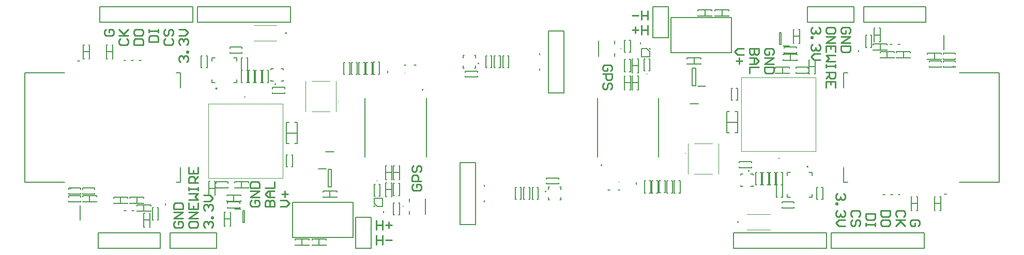
<source format=gto>
G04*
G04 #@! TF.GenerationSoftware,Altium Limited,Altium Designer,22.3.1 (43)*
G04*
G04 Layer_Color=65535*
%FSLAX25Y25*%
%MOIN*%
G70*
G04*
G04 #@! TF.SameCoordinates,9666C8D3-C488-416E-8FBA-698088E7738B*
G04*
G04*
G04 #@! TF.FilePolarity,Positive*
G04*
G01*
G75*
%ADD10C,0.01000*%
%ADD74C,0.00787*%
%ADD75C,0.00394*%
%ADD76C,0.00591*%
%ADD77C,0.00500*%
D10*
X575488Y338663D02*
Y344661D01*
Y341662D01*
X571490D01*
Y338663D01*
Y344661D01*
X569490Y341662D02*
X565491D01*
X567491Y339662D02*
Y343661D01*
X575488Y348260D02*
Y354258D01*
Y351259D01*
X571490D01*
Y348260D01*
Y354258D01*
X569490Y351259D02*
X565491D01*
X551487Y315260D02*
X552486Y316259D01*
Y318259D01*
X551487Y319258D01*
X547488D01*
X546488Y318259D01*
Y316259D01*
X547488Y315260D01*
X549487D01*
Y317259D01*
X546488Y313260D02*
X552486D01*
Y310261D01*
X551487Y309262D01*
X549487D01*
X548488Y310261D01*
Y313260D01*
X551487Y303263D02*
X552486Y304263D01*
Y306262D01*
X551487Y307262D01*
X550487D01*
X549487Y306262D01*
Y304263D01*
X548488Y303263D01*
X547488D01*
X546488Y304263D01*
Y306262D01*
X547488Y307262D01*
X749975Y215258D02*
X750975Y216258D01*
Y218257D01*
X749975Y219257D01*
X745976D01*
X744977Y218257D01*
Y216258D01*
X745976Y215258D01*
X747976D01*
Y217258D01*
X740377Y221256D02*
X741377Y222256D01*
Y224255D01*
X740377Y225255D01*
X736379D01*
X735379Y224255D01*
Y222256D01*
X736379Y221256D01*
X741377Y219257D02*
X735379D01*
X737378D01*
X741377Y215258D01*
X738378Y218257D01*
X735379Y215258D01*
X731779Y225255D02*
X725781D01*
Y222256D01*
X726781Y221256D01*
X730780D01*
X731779Y222256D01*
Y225255D01*
Y216258D02*
Y218257D01*
X730780Y219257D01*
X726781D01*
X725781Y218257D01*
Y216258D01*
X726781Y215258D01*
X730780D01*
X731779Y216258D01*
X722182Y223256D02*
X716184D01*
Y220257D01*
X717183Y219257D01*
X721182D01*
X722182Y220257D01*
Y223256D01*
Y217258D02*
Y215258D01*
Y216258D01*
X716184D01*
Y217258D01*
Y215258D01*
X711584Y221256D02*
X712584Y222256D01*
Y224255D01*
X711584Y225255D01*
X707586D01*
X706586Y224255D01*
Y222256D01*
X707586Y221256D01*
X711584Y215258D02*
X712584Y216258D01*
Y218257D01*
X711584Y219257D01*
X710585D01*
X709585Y218257D01*
Y216258D01*
X708585Y215258D01*
X707586D01*
X706586Y216258D01*
Y218257D01*
X707586Y219257D01*
X701987Y236251D02*
X702986Y235252D01*
Y233253D01*
X701987Y232253D01*
X700987D01*
X699987Y233253D01*
Y234252D01*
Y233253D01*
X698988Y232253D01*
X697988D01*
X696988Y233253D01*
Y235252D01*
X697988Y236251D01*
X696988Y230254D02*
X697988D01*
Y229254D01*
X696988D01*
Y230254D01*
X701987Y225255D02*
X702986Y224255D01*
Y222256D01*
X701987Y221256D01*
X700987D01*
X699987Y222256D01*
Y223256D01*
Y222256D01*
X698988Y221256D01*
X697988D01*
X696988Y222256D01*
Y224255D01*
X697988Y225255D01*
X702986Y219257D02*
X698988D01*
X696988Y217258D01*
X698988Y215258D01*
X702986D01*
X705144Y339299D02*
X706144Y340298D01*
Y342298D01*
X705144Y343297D01*
X701146D01*
X700146Y342298D01*
Y340298D01*
X701146Y339299D01*
X703145D01*
Y341298D01*
X700146Y337299D02*
X706144D01*
X700146Y333301D01*
X706144D01*
Y331301D02*
X700146D01*
Y328302D01*
X701146Y327303D01*
X705144D01*
X706144Y328302D01*
Y331301D01*
X696546Y340298D02*
Y342298D01*
X695546Y343297D01*
X691548D01*
X690548Y342298D01*
Y340298D01*
X691548Y339299D01*
X695546D01*
X696546Y340298D01*
X690548Y337299D02*
X696546D01*
X690548Y333301D01*
X696546D01*
Y327303D02*
Y331301D01*
X690548D01*
Y327303D01*
X693547Y331301D02*
Y329302D01*
X696546Y325303D02*
X690548D01*
X692548Y323304D01*
X690548Y321304D01*
X696546D01*
Y319305D02*
Y317306D01*
Y318305D01*
X690548D01*
Y319305D01*
Y317306D01*
Y314307D02*
X696546D01*
Y311308D01*
X695546Y310308D01*
X693547D01*
X692548Y311308D01*
Y314307D01*
Y312307D02*
X690548Y310308D01*
X696546Y304310D02*
Y308309D01*
X690548D01*
Y304310D01*
X693547Y308309D02*
Y306309D01*
X685949Y343297D02*
X686948Y342298D01*
Y340298D01*
X685949Y339299D01*
X684949D01*
X683950Y340298D01*
Y341298D01*
Y340298D01*
X682950Y339299D01*
X681950D01*
X680950Y340298D01*
Y342298D01*
X681950Y343297D01*
X680950Y337299D02*
X681950D01*
Y336300D01*
X680950D01*
Y337299D01*
X685949Y332301D02*
X686948Y331301D01*
Y329302D01*
X685949Y328302D01*
X684949D01*
X683950Y329302D01*
Y330302D01*
Y329302D01*
X682950Y328302D01*
X681950D01*
X680950Y329302D01*
Y331301D01*
X681950Y332301D01*
X686948Y326303D02*
X682950D01*
X680950Y324304D01*
X682950Y322304D01*
X686948D01*
X655682Y325760D02*
X656682Y326759D01*
Y328759D01*
X655682Y329758D01*
X651683D01*
X650684Y328759D01*
Y326759D01*
X651683Y325760D01*
X653683D01*
Y327759D01*
X650684Y323760D02*
X656682D01*
X650684Y319761D01*
X656682D01*
Y317762D02*
X650684D01*
Y314763D01*
X651683Y313763D01*
X655682D01*
X656682Y314763D01*
Y317762D01*
X647084Y329758D02*
X641086D01*
Y326759D01*
X642086Y325760D01*
X643085D01*
X644085Y326759D01*
Y329758D01*
Y326759D01*
X645085Y325760D01*
X646084D01*
X647084Y326759D01*
Y329758D01*
X641086Y323760D02*
X645085D01*
X647084Y321761D01*
X645085Y319761D01*
X641086D01*
X644085D01*
Y323760D01*
X647084Y317762D02*
X641086D01*
Y313763D01*
X637486Y329758D02*
X633488D01*
X631488Y327759D01*
X633488Y325760D01*
X637486D01*
X634487Y323760D02*
Y319761D01*
X636487Y321761D02*
X632488D01*
X400512Y218837D02*
Y212839D01*
Y215838D01*
X404510D01*
Y218837D01*
Y212839D01*
X406510Y215838D02*
X410508D01*
X408509Y217838D02*
Y213839D01*
X400512Y209240D02*
Y203242D01*
Y206241D01*
X404510D01*
Y209240D01*
Y203242D01*
X406510Y206241D02*
X410508D01*
X424513Y242240D02*
X423514Y241241D01*
Y239241D01*
X424513Y238242D01*
X428512D01*
X429512Y239241D01*
Y241241D01*
X428512Y242240D01*
X426513D01*
Y240241D01*
X429512Y244240D02*
X423514D01*
Y247239D01*
X424513Y248238D01*
X426513D01*
X427512Y247239D01*
Y244240D01*
X424513Y254237D02*
X423514Y253237D01*
Y251238D01*
X424513Y250238D01*
X425513D01*
X426513Y251238D01*
Y253237D01*
X427512Y254237D01*
X428512D01*
X429512Y253237D01*
Y251238D01*
X428512Y250238D01*
X226025Y342242D02*
X225025Y341242D01*
Y339243D01*
X226025Y338243D01*
X230024D01*
X231023Y339243D01*
Y341242D01*
X230024Y342242D01*
X228024D01*
Y340242D01*
X235623Y336244D02*
X234623Y335244D01*
Y333245D01*
X235623Y332245D01*
X239621D01*
X240621Y333245D01*
Y335244D01*
X239621Y336244D01*
X234623Y338243D02*
X240621D01*
X238622D01*
X234623Y342242D01*
X237622Y339243D01*
X240621Y342242D01*
X244221Y332245D02*
X250219D01*
Y335244D01*
X249219Y336244D01*
X245220D01*
X244221Y335244D01*
Y332245D01*
Y341242D02*
Y339243D01*
X245220Y338243D01*
X249219D01*
X250219Y339243D01*
Y341242D01*
X249219Y342242D01*
X245220D01*
X244221Y341242D01*
X253818Y334244D02*
X259816D01*
Y337243D01*
X258817Y338243D01*
X254818D01*
X253818Y337243D01*
Y334244D01*
Y340242D02*
Y342242D01*
Y341242D01*
X259816D01*
Y340242D01*
Y342242D01*
X264416Y336244D02*
X263416Y335244D01*
Y333245D01*
X264416Y332245D01*
X268414D01*
X269414Y333245D01*
Y335244D01*
X268414Y336244D01*
X264416Y342242D02*
X263416Y341242D01*
Y339243D01*
X264416Y338243D01*
X265415D01*
X266415Y339243D01*
Y341242D01*
X267415Y342242D01*
X268414D01*
X269414Y341242D01*
Y339243D01*
X268414Y338243D01*
X274013Y321249D02*
X273014Y322248D01*
Y324248D01*
X274013Y325247D01*
X275013D01*
X276013Y324248D01*
Y323248D01*
Y324248D01*
X277012Y325247D01*
X278012D01*
X279012Y324248D01*
Y322248D01*
X278012Y321249D01*
X279012Y327246D02*
X278012D01*
Y328246D01*
X279012D01*
Y327246D01*
X274013Y332245D02*
X273014Y333245D01*
Y335244D01*
X274013Y336244D01*
X275013D01*
X276013Y335244D01*
Y334244D01*
Y335244D01*
X277012Y336244D01*
X278012D01*
X279012Y335244D01*
Y333245D01*
X278012Y332245D01*
X273014Y338243D02*
X277012D01*
X279012Y340242D01*
X277012Y342242D01*
X273014D01*
X270856Y218201D02*
X269856Y217202D01*
Y215202D01*
X270856Y214203D01*
X274854D01*
X275854Y215202D01*
Y217202D01*
X274854Y218201D01*
X272855D01*
Y216202D01*
X275854Y220201D02*
X269856D01*
X275854Y224199D01*
X269856D01*
Y226199D02*
X275854D01*
Y229198D01*
X274854Y230197D01*
X270856D01*
X269856Y229198D01*
Y226199D01*
X279454Y217202D02*
Y215202D01*
X280453Y214203D01*
X284452D01*
X285452Y215202D01*
Y217202D01*
X284452Y218201D01*
X280453D01*
X279454Y217202D01*
X285452Y220201D02*
X279454D01*
X285452Y224199D01*
X279454D01*
Y230197D02*
Y226199D01*
X285452D01*
Y230197D01*
X282453Y226199D02*
Y228198D01*
X279454Y232197D02*
X285452D01*
X283453Y234196D01*
X285452Y236195D01*
X279454D01*
Y238195D02*
Y240194D01*
Y239194D01*
X285452D01*
Y238195D01*
Y240194D01*
Y243193D02*
X279454D01*
Y246192D01*
X280453Y247192D01*
X282453D01*
X283453Y246192D01*
Y243193D01*
Y245193D02*
X285452Y247192D01*
X279454Y253190D02*
Y249191D01*
X285452D01*
Y253190D01*
X282453Y249191D02*
Y251191D01*
X290051Y214203D02*
X289052Y215202D01*
Y217202D01*
X290051Y218201D01*
X291051D01*
X292051Y217202D01*
Y216202D01*
Y217202D01*
X293050Y218201D01*
X294050D01*
X295050Y217202D01*
Y215202D01*
X294050Y214203D01*
X295050Y220201D02*
X294050D01*
Y221200D01*
X295050D01*
Y220201D01*
X290051Y225199D02*
X289052Y226199D01*
Y228198D01*
X290051Y229198D01*
X291051D01*
X292051Y228198D01*
Y227198D01*
Y228198D01*
X293050Y229198D01*
X294050D01*
X295050Y228198D01*
Y226199D01*
X294050Y225199D01*
X289052Y231197D02*
X293050D01*
X295050Y233196D01*
X293050Y235196D01*
X289052D01*
X320318Y231740D02*
X319318Y230741D01*
Y228741D01*
X320318Y227742D01*
X324317D01*
X325316Y228741D01*
Y230741D01*
X324317Y231740D01*
X322317D01*
Y229741D01*
X325316Y233740D02*
X319318D01*
X325316Y237738D01*
X319318D01*
Y239738D02*
X325316D01*
Y242737D01*
X324317Y243737D01*
X320318D01*
X319318Y242737D01*
Y239738D01*
X328916Y227742D02*
X334914D01*
Y230741D01*
X333914Y231740D01*
X332915D01*
X331915Y230741D01*
Y227742D01*
Y230741D01*
X330915Y231740D01*
X329916D01*
X328916Y230741D01*
Y227742D01*
X334914Y233740D02*
X330915D01*
X328916Y235739D01*
X330915Y237738D01*
X334914D01*
X331915D01*
Y233740D01*
X328916Y239738D02*
X334914D01*
Y243737D01*
X338514Y227742D02*
X342512D01*
X344512Y229741D01*
X342512Y231740D01*
X338514D01*
X341513Y233740D02*
Y237738D01*
X339513Y235739D02*
X343512D01*
D74*
X633764Y218152D02*
G03*
X633764Y217365I0J-394D01*
G01*
D02*
G03*
X633764Y218152I0J394D01*
G01*
X640260Y250676D02*
G03*
X640260Y250676I394J0D01*
G01*
X678213Y253569D02*
G03*
X678213Y253569I394J0D01*
G01*
X772264Y318128D02*
G03*
X772264Y318128I394J0D01*
G01*
X660382Y258912D02*
G03*
X659988Y258912I-197J0D01*
G01*
D02*
G03*
X660382Y258912I197J0D01*
G01*
D02*
G03*
X659988Y258912I-197J0D01*
G01*
X558130Y329707D02*
G03*
X558130Y329707I122J0D01*
G01*
X576398Y329636D02*
G03*
X576398Y329636I394J0D01*
G01*
X545382Y254373D02*
G03*
X545382Y254373I307J0D01*
G01*
X466000Y320077D02*
G03*
X466000Y320077I394J0D01*
G01*
X574988Y313483D02*
G03*
X574988Y313089I0J-197D01*
G01*
D02*
G03*
X574988Y313483I0J197D01*
G01*
D02*
G03*
X574988Y313089I0J-197D01*
G01*
X711488Y328849D02*
Y327668D01*
X629476Y349609D02*
X590500D01*
X629476D02*
Y326971D01*
X590500D01*
Y349609D02*
Y326971D01*
X568323Y243349D02*
Y242168D01*
X753988Y210758D02*
X693988D01*
X753988Y200758D02*
X693988D01*
X753988Y210758D02*
Y200758D01*
X693988Y210758D02*
Y200758D01*
X690988Y210758D02*
X630988D01*
X690988Y200758D02*
X630988D01*
X690988Y210758D02*
Y200758D01*
X630988Y210758D02*
Y200758D01*
X666697Y331435D02*
X662760D01*
X661382Y340195D02*
Y332321D01*
Y340195D02*
X660595D01*
Y332321D01*
X661382D02*
X660595D01*
X714988Y356758D02*
Y346758D01*
X754988Y356758D02*
X714988D01*
X754988Y346758D02*
X714988D01*
X754988Y356758D02*
Y346758D01*
X708488Y356758D02*
Y346758D01*
X678488D01*
Y356758D02*
Y346758D01*
X708488Y356758D02*
X678488D01*
X738293Y235407D02*
X737112D01*
X606492Y305809D02*
X604327D01*
Y317227D02*
Y305809D01*
X606492Y317227D02*
X604327D01*
X606492D02*
Y305809D01*
X612791Y305416D02*
X607870D01*
X521488Y341258D02*
X511488D01*
X521488D02*
Y301258D01*
X511488Y341258D02*
Y301258D01*
X521488D02*
X511488D01*
X588988Y356758D02*
X578988D01*
X588988D02*
Y336758D01*
X578988D01*
Y356758D02*
Y336758D01*
X570988Y333849D02*
Y332668D01*
X543870Y334876D02*
Y324640D01*
X554106Y326762D02*
Y324640D01*
Y334876D02*
Y332754D01*
X576791Y327833D02*
Y324455D01*
X571610D01*
Y329636D02*
Y324455D01*
X574988Y329636D02*
X571610D01*
X576791Y327833D02*
X574988Y329636D01*
X582673Y297656D02*
Y259861D01*
X543303Y297656D02*
Y259861D01*
X505988Y316849D02*
Y315668D01*
Y326849D02*
Y325668D01*
X608244Y294258D02*
X602732D01*
X766488Y338286D02*
Y329231D01*
X738074Y332428D02*
X736893D01*
X733079Y332424D02*
X731898D01*
X733360Y235433D02*
X732179D01*
X768091Y235595D02*
X766910D01*
X728428Y235407D02*
X727247D01*
X551079Y238424D02*
X549898D01*
X557548Y238359D02*
X556367D01*
X342236Y339348D02*
G03*
X342236Y340135I0J394D01*
G01*
D02*
G03*
X342236Y339348I0J-394D01*
G01*
X335740Y306824D02*
G03*
X335740Y306824I-394J0D01*
G01*
X297787Y303931D02*
G03*
X297787Y303931I-394J0D01*
G01*
X203736Y239372D02*
G03*
X203736Y239372I-394J0D01*
G01*
X315618Y298588D02*
G03*
X316012Y298588I197J0D01*
G01*
D02*
G03*
X315618Y298588I-197J0D01*
G01*
D02*
G03*
X316012Y298588I197J0D01*
G01*
X417870Y227793D02*
G03*
X417870Y227793I-122J0D01*
G01*
X399602Y227864D02*
G03*
X399602Y227864I-394J0D01*
G01*
X430618Y303128D02*
G03*
X430618Y303128I-307J0D01*
G01*
X510000Y237423D02*
G03*
X510000Y237423I-394J0D01*
G01*
X401012Y244017D02*
G03*
X401012Y244411I0J197D01*
G01*
D02*
G03*
X401012Y244017I0J-197D01*
G01*
D02*
G03*
X401012Y244411I0J197D01*
G01*
X264512Y228651D02*
Y229832D01*
X346523Y207891D02*
X385500D01*
X346523D02*
Y230529D01*
X385500D01*
Y207891D02*
Y230529D01*
X407677Y314151D02*
Y315332D01*
X222012Y346742D02*
X282012D01*
X222012Y356742D02*
X282012D01*
X222012Y346742D02*
Y356742D01*
X282012Y346742D02*
Y356742D01*
X285012Y346742D02*
X345012D01*
X285012Y356742D02*
X345012D01*
X285012Y346742D02*
Y356742D01*
X345012Y346742D02*
Y356742D01*
X309303Y226064D02*
X313240D01*
X314618Y217305D02*
Y225179D01*
Y217305D02*
X315405D01*
Y225179D01*
X314618D02*
X315405D01*
X261012Y200742D02*
Y210742D01*
X221012Y200742D02*
X261012D01*
X221012Y210742D02*
X261012D01*
X221012Y200742D02*
Y210742D01*
X267512Y200742D02*
Y210742D01*
X297512D01*
Y200742D02*
Y210742D01*
X267512Y200742D02*
X297512D01*
X237707Y322093D02*
X238888D01*
X369508Y251691D02*
X371673D01*
Y240273D02*
Y251691D01*
X369508Y240273D02*
X371673D01*
X369508D02*
Y251691D01*
X363209Y252084D02*
X368130D01*
X454512Y216242D02*
X464512D01*
X454512D02*
Y256242D01*
X464512Y216242D02*
Y256242D01*
X454512D02*
X464512D01*
X387012Y200742D02*
X397012D01*
X387012D02*
Y220742D01*
X397012D01*
Y200742D02*
Y220742D01*
X405012Y223651D02*
Y224832D01*
X432130Y222623D02*
Y232860D01*
X421894Y230738D02*
Y232860D01*
Y222623D02*
Y224746D01*
X399209Y229667D02*
Y233045D01*
X404390D01*
Y227864D02*
Y233045D01*
X401012Y227864D02*
X404390D01*
X399209Y229667D02*
X401012Y227864D01*
X393327Y259844D02*
Y297639D01*
X432697Y259844D02*
Y297639D01*
X470012Y240651D02*
Y241832D01*
Y230651D02*
Y231832D01*
X367756Y263242D02*
X373268D01*
X209512Y219214D02*
Y228269D01*
X237926Y225072D02*
X239107D01*
X242921Y225076D02*
X244102D01*
X242640Y322067D02*
X243821D01*
X207909Y321905D02*
X209090D01*
X247572Y322093D02*
X248753D01*
X424921Y319076D02*
X426102D01*
X418452Y319141D02*
X419633D01*
D75*
X599976Y262042D02*
G03*
X599976Y262436I0J197D01*
G01*
D02*
G03*
X599976Y262042I0J-197D01*
G01*
X550488Y243746D02*
G03*
X550488Y243353I0J-197D01*
G01*
D02*
G03*
X550488Y243746I0J197D01*
G01*
X556988D02*
G03*
X556988Y243353I0J-197D01*
G01*
D02*
G03*
X556988Y243746I0J197D01*
G01*
X654630Y222680D02*
X639669D01*
X654630Y212837D02*
X639669D01*
X601551Y268341D02*
Y248656D01*
X621236Y268341D02*
Y248656D01*
X617299D02*
X605488D01*
X617299Y268341D02*
X605488D01*
X635992Y311254D02*
Y263262D01*
X683984Y311254D02*
X635992D01*
X683984D02*
Y263262D01*
X635992D01*
X376024Y295458D02*
G03*
X376024Y295064I0J-197D01*
G01*
D02*
G03*
X376024Y295458I0J197D01*
G01*
X425512Y313754D02*
G03*
X425512Y314147I0J197D01*
G01*
D02*
G03*
X425512Y313754I0J-197D01*
G01*
X419012D02*
G03*
X419012Y314147I0J197D01*
G01*
D02*
G03*
X419012Y313754I0J-197D01*
G01*
X321370Y334820D02*
X336331D01*
X321370Y344663D02*
X336331D01*
X374449Y289159D02*
Y308844D01*
X354764Y289159D02*
Y308844D01*
X358701D02*
X370512D01*
X358701Y289159D02*
X370512D01*
X340008Y246246D02*
Y294238D01*
X292016Y246246D02*
X340008D01*
X292016D02*
Y294238D01*
X340008D01*
D76*
X764988Y326758D02*
Y326258D01*
Y326758D02*
X755988D01*
Y326258D01*
Y323258D02*
Y322758D01*
X764988D02*
X755988D01*
X764988Y323258D02*
Y322758D01*
X760488Y326758D02*
Y322758D01*
X616988Y354758D02*
Y354258D01*
Y354758D02*
X607988D01*
Y354258D01*
Y351258D02*
Y350758D01*
X616988D02*
X607988D01*
X616988Y351258D02*
Y350758D01*
X612488Y354758D02*
Y350758D01*
X618988Y351258D02*
Y350758D01*
X627988D02*
X618988D01*
X627988Y351258D02*
Y350758D01*
Y354758D02*
Y354258D01*
Y354758D02*
X618988D01*
Y354258D01*
X623488Y354758D02*
Y350758D01*
X662051Y230727D02*
Y229939D01*
X669925Y230727D02*
X662051D01*
X669925D02*
Y229939D01*
Y227577D02*
Y226790D01*
X662051D01*
Y227577D02*
Y226790D01*
X634551Y256727D02*
Y255939D01*
X642425Y256727D02*
X634551D01*
X642425D02*
Y255939D01*
Y253577D02*
Y252790D01*
X634551D01*
Y253577D02*
Y252790D01*
X654807Y241821D02*
X654020D01*
Y249695D02*
Y241821D01*
X654807Y249695D02*
X654020D01*
X657957D02*
X657169D01*
X657957D02*
Y241821D01*
X657169D01*
X650307D02*
X649520D01*
Y249695D02*
Y241821D01*
X650307Y249695D02*
X649520D01*
X653457D02*
X652669D01*
X653457D02*
Y241821D01*
X652669D01*
X645807D02*
X645020D01*
Y249695D02*
Y241821D01*
X645807Y249695D02*
X645020D01*
X648957D02*
X648169D01*
X648957D02*
Y241821D01*
X648169D01*
X659307D02*
X658520D01*
Y249695D02*
Y241821D01*
X659307Y249695D02*
X658520D01*
X662457D02*
X661669D01*
X662457D02*
Y241821D01*
X661669D01*
X659307Y233821D02*
X658520D01*
Y241695D02*
Y233821D01*
X659307Y241695D02*
X658520D01*
X662457D02*
X661669D01*
X662457D02*
Y233821D01*
X661669D01*
X685307Y232321D02*
X684520D01*
Y240195D02*
Y232321D01*
X685307Y240195D02*
X684520D01*
X688457D02*
X687669D01*
X688457D02*
Y232321D01*
X687669D01*
X667488Y326258D02*
Y322258D01*
X671988Y322758D02*
Y322258D01*
X662988D01*
Y322758D02*
Y322258D01*
Y326258D02*
Y325758D01*
X671988Y326258D02*
X662988D01*
X671988D02*
Y325758D01*
X663551Y330727D02*
Y329939D01*
X671425Y330727D02*
X663551D01*
X671425D02*
Y329939D01*
Y327577D02*
Y326790D01*
X663551D01*
Y327577D02*
Y326790D01*
X673488Y337758D02*
X669488D01*
X669988Y333258D02*
X669488D01*
Y342258D02*
Y333258D01*
X669988Y342258D02*
X669488D01*
X673488D02*
X672988D01*
X673488D02*
Y333258D01*
X672988D01*
X480457Y325195D02*
X479669D01*
X480457D02*
Y317321D01*
X479669D01*
X477307D02*
X476520D01*
Y325195D02*
Y317321D01*
X477307Y325195D02*
X476520D01*
X725488Y332758D02*
Y328758D01*
X720988Y332758D02*
Y332258D01*
X729988Y332758D02*
X720988D01*
X729988D02*
Y332258D01*
Y329258D02*
Y328758D01*
X720988D01*
Y329258D02*
Y328758D01*
X716807Y330554D02*
X716020D01*
Y338428D02*
Y330554D01*
X716807Y338428D02*
X716020D01*
X719957D02*
X719169D01*
X719957D02*
Y330554D01*
X719169D01*
X725488Y338522D02*
X721488D01*
X725488Y343022D02*
X724988D01*
X725488D02*
Y334022D01*
X724988D01*
X721988D02*
X721488D01*
Y343022D02*
Y334022D01*
X721988Y343022D02*
X721488D01*
X734488Y327758D02*
Y327258D01*
Y327758D02*
X725488D01*
Y327258D01*
Y324258D02*
Y323758D01*
X734488D02*
X725488D01*
X734488Y324258D02*
Y323758D01*
X729988Y327758D02*
Y323758D01*
X735988Y324258D02*
Y323758D01*
X744988D02*
X735988D01*
X744988Y324258D02*
Y323758D01*
Y327758D02*
Y327258D01*
Y327758D02*
X735988D01*
Y327258D01*
X740488Y327758D02*
Y323758D01*
X679988Y322522D02*
X679488D01*
Y313522D01*
X679988D02*
X679488D01*
X683488D02*
X682988D01*
X683488Y322522D02*
Y313522D01*
Y322522D02*
X682988D01*
X683488Y318022D02*
X679488D01*
X657988Y314258D02*
Y313758D01*
X666988D02*
X657988D01*
X666988Y314258D02*
Y313758D01*
Y317758D02*
Y317258D01*
Y317758D02*
X657988D01*
Y317258D01*
X662488Y317758D02*
Y313758D01*
X564488Y303258D02*
X563988D01*
X564488Y312258D02*
Y303258D01*
Y312258D02*
X563988D01*
X560988D02*
X560488D01*
Y303258D01*
X560988D02*
X560488D01*
X564488Y307758D02*
X560488D01*
X565988Y312258D02*
X565488D01*
Y303258D01*
X565988D02*
X565488D01*
X569488D02*
X568988D01*
X569488Y312258D02*
Y303258D01*
Y312258D02*
X568988D01*
X569488Y307758D02*
X565488D01*
X565988Y323258D02*
X565488D01*
Y314258D01*
X565988D02*
X565488D01*
X569488D02*
X568988D01*
X569488Y323258D02*
Y314258D01*
Y323258D02*
X568988D01*
X569488Y318758D02*
X565488D01*
X600988Y320258D02*
Y319758D01*
X609988D02*
X600988D01*
X609988Y320258D02*
Y319758D01*
Y323758D02*
Y323258D01*
Y323758D02*
X600988D01*
Y323258D01*
X605488Y323758D02*
Y319758D01*
X760988Y234258D02*
X760488D01*
Y225258D01*
X760988D02*
X760488D01*
X764488D02*
X763988D01*
X764488Y234258D02*
Y225258D01*
Y234258D02*
X763988D01*
X764488Y229758D02*
X760488D01*
X745988Y234258D02*
X745488D01*
Y225258D01*
X745988D02*
X745488D01*
X749488D02*
X748988D01*
X749488Y234258D02*
Y225258D01*
Y234258D02*
X748988D01*
X749488Y229758D02*
X745488D01*
X482807Y325195D02*
X482020D01*
Y317321D01*
X482807D02*
X482020D01*
X485957D02*
X485169D01*
X485957Y325195D02*
Y317321D01*
Y325195D02*
X485169D01*
X457819Y312077D02*
Y311290D01*
X465693D02*
X457819D01*
X465693Y312077D02*
Y311290D01*
Y315227D02*
Y314439D01*
Y315227D02*
X457819D01*
Y314439D01*
X471807Y325195D02*
X471020D01*
Y317321D01*
X471807D02*
X471020D01*
X474957D02*
X474169D01*
X474957Y325195D02*
Y317321D01*
Y325195D02*
X474169D01*
X633532Y282258D02*
X626445D01*
X633532Y275565D02*
X631957D01*
X633532Y288951D02*
Y275565D01*
Y288951D02*
X631957D01*
X628020D02*
X626445D01*
Y275565D01*
X628020D02*
X626445D01*
X633457Y296321D02*
X632669D01*
X633457Y304195D02*
Y296321D01*
Y304195D02*
X632669D01*
X630307D02*
X629520D01*
Y296321D01*
X630307D02*
X629520D01*
X671051Y314577D02*
Y313790D01*
X678925D02*
X671051D01*
X678925Y314577D02*
Y313790D01*
Y317727D02*
Y316939D01*
Y317727D02*
X671051D01*
Y316939D01*
X773925Y321727D02*
Y320939D01*
Y321727D02*
X766051D01*
Y320939D01*
Y318577D02*
Y317790D01*
X773925D02*
X766051D01*
X773925Y318577D02*
Y317790D01*
Y326727D02*
Y325939D01*
Y326727D02*
X766051D01*
Y325939D01*
Y323577D02*
Y322790D01*
X773925D02*
X766051D01*
X773925Y323577D02*
Y322790D01*
X757051Y318577D02*
Y317790D01*
X764925D02*
X757051D01*
X764925Y318577D02*
Y317790D01*
Y321727D02*
Y320939D01*
Y321727D02*
X757051D01*
Y320939D01*
X596457Y236589D02*
X595669D01*
X596457Y244463D02*
Y236589D01*
Y244463D02*
X595669D01*
X593307D02*
X592520D01*
Y236589D01*
X593307D02*
X592520D01*
X591657Y236575D02*
X590870D01*
X591657Y244449D02*
Y236575D01*
Y244449D02*
X590870D01*
X588508D02*
X587720D01*
Y236575D01*
X588508D02*
X587720D01*
X586881Y236597D02*
X586093D01*
X586881Y244471D02*
Y236597D01*
Y244471D02*
X586093D01*
X583731D02*
X582944D01*
Y236597D01*
X583731D02*
X582944D01*
X582104Y236575D02*
X581316D01*
X582104Y244449D02*
Y236575D01*
Y244449D02*
X581316D01*
X578954D02*
X578167D01*
Y236575D01*
X578954D02*
X578167D01*
X577371Y236553D02*
X576583D01*
X577371Y244427D02*
Y236553D01*
Y244427D02*
X576583D01*
X574221D02*
X573434D01*
Y236553D01*
X574221D02*
X573434D01*
X564457Y327321D02*
X563669D01*
X564457Y335195D02*
Y327321D01*
Y335195D02*
X563669D01*
X561307D02*
X560520D01*
Y327321D01*
X561307D02*
X560520D01*
X561307Y322695D02*
X560520D01*
Y314821D01*
X561307D02*
X560520D01*
X564457D02*
X563669D01*
X564457Y322695D02*
Y314821D01*
Y322695D02*
X563669D01*
X576957Y315321D02*
X576169D01*
X576957Y323195D02*
Y315321D01*
Y323195D02*
X576169D01*
X573807D02*
X573020D01*
Y315321D01*
X573807D02*
X573020D01*
X211012Y230742D02*
Y231242D01*
Y230742D02*
X220012D01*
Y231242D01*
Y234242D02*
Y234742D01*
X211012D02*
X220012D01*
X211012Y234242D02*
Y234742D01*
X215512Y230742D02*
Y234742D01*
X359012Y202742D02*
Y203242D01*
Y202742D02*
X368012D01*
Y203242D01*
Y206242D02*
Y206742D01*
X359012D02*
X368012D01*
X359012Y206242D02*
Y206742D01*
X363512Y202742D02*
Y206742D01*
X357012Y206242D02*
Y206742D01*
X348012D02*
X357012D01*
X348012Y206242D02*
Y206742D01*
Y202742D02*
Y203242D01*
Y202742D02*
X357012D01*
Y203242D01*
X352512Y202742D02*
Y206742D01*
X313949Y326773D02*
Y327561D01*
X306075Y326773D02*
X313949D01*
X306075D02*
Y327561D01*
Y329923D02*
Y330710D01*
X313949D01*
Y329923D02*
Y330710D01*
X341449Y300773D02*
Y301561D01*
X333575Y300773D02*
X341449D01*
X333575D02*
Y301561D01*
Y303923D02*
Y304710D01*
X341449D01*
Y303923D02*
Y304710D01*
X321193Y315679D02*
X321980D01*
Y307805D02*
Y315679D01*
X321193Y307805D02*
X321980D01*
X318043D02*
X318831D01*
X318043D02*
Y315679D01*
X318831D01*
X325693D02*
X326480D01*
Y307805D02*
Y315679D01*
X325693Y307805D02*
X326480D01*
X322543D02*
X323331D01*
X322543D02*
Y315679D01*
X323331D01*
X330193D02*
X330980D01*
Y307805D02*
Y315679D01*
X330193Y307805D02*
X330980D01*
X327043D02*
X327831D01*
X327043D02*
Y315679D01*
X327831D01*
X316693D02*
X317480D01*
Y307805D02*
Y315679D01*
X316693Y307805D02*
X317480D01*
X313543D02*
X314331D01*
X313543D02*
Y315679D01*
X314331D01*
X316693Y323679D02*
X317480D01*
Y315805D02*
Y323679D01*
X316693Y315805D02*
X317480D01*
X313543D02*
X314331D01*
X313543D02*
Y323679D01*
X314331D01*
X290693Y325179D02*
X291480D01*
Y317305D02*
Y325179D01*
X290693Y317305D02*
X291480D01*
X287543D02*
X288331D01*
X287543D02*
Y325179D01*
X288331D01*
X308512Y231242D02*
Y235242D01*
X304012Y234742D02*
Y235242D01*
X313012D01*
Y234742D02*
Y235242D01*
Y231242D02*
Y231742D01*
X304012Y231242D02*
X313012D01*
X304012D02*
Y231742D01*
X312449Y226773D02*
Y227561D01*
X304575Y226773D02*
X312449D01*
X304575D02*
Y227561D01*
Y229923D02*
Y230710D01*
X312449D01*
Y229923D02*
Y230710D01*
X302512Y219742D02*
X306512D01*
X306012Y224242D02*
X306512D01*
Y215242D02*
Y224242D01*
X306012Y215242D02*
X306512D01*
X302512D02*
X303012D01*
X302512D02*
Y224242D01*
X303012D01*
X495543Y232305D02*
X496331D01*
X495543D02*
Y240179D01*
X496331D01*
X498693D02*
X499480D01*
Y232305D02*
Y240179D01*
X498693Y232305D02*
X499480D01*
X250512Y224742D02*
Y228742D01*
X255012Y224742D02*
Y225242D01*
X246012Y224742D02*
X255012D01*
X246012D02*
Y225242D01*
Y228242D02*
Y228742D01*
X255012D01*
Y228242D02*
Y228742D01*
X259193Y226946D02*
X259980D01*
Y219072D02*
Y226946D01*
X259193Y219072D02*
X259980D01*
X256043D02*
X256831D01*
X256043D02*
Y226946D01*
X256831D01*
X250512Y218978D02*
X254512D01*
X250512Y214478D02*
X251012D01*
X250512D02*
Y223478D01*
X251012D01*
X254012D02*
X254512D01*
Y214478D02*
Y223478D01*
X254012Y214478D02*
X254512D01*
X241512Y229742D02*
Y230242D01*
Y229742D02*
X250512D01*
Y230242D01*
Y233242D02*
Y233742D01*
X241512D02*
X250512D01*
X241512Y233242D02*
Y233742D01*
X246012Y229742D02*
Y233742D01*
X240012Y233242D02*
Y233742D01*
X231012D02*
X240012D01*
X231012Y233242D02*
Y233742D01*
Y229742D02*
Y230242D01*
Y229742D02*
X240012D01*
Y230242D01*
X235512Y229742D02*
Y233742D01*
X296012Y234978D02*
X296512D01*
Y243978D01*
X296012D02*
X296512D01*
X292512D02*
X293012D01*
X292512Y234978D02*
Y243978D01*
Y234978D02*
X293012D01*
X292512Y239478D02*
X296512D01*
X318012Y243242D02*
Y243742D01*
X309012D02*
X318012D01*
X309012Y243242D02*
Y243742D01*
Y239742D02*
Y240242D01*
Y239742D02*
X318012D01*
Y240242D01*
X313512Y239742D02*
Y243742D01*
X411512Y254242D02*
X412012D01*
X411512Y245242D02*
Y254242D01*
Y245242D02*
X412012D01*
X415012D02*
X415512D01*
Y254242D01*
X415012D02*
X415512D01*
X411512Y249742D02*
X415512D01*
X410012Y245242D02*
X410512D01*
Y254242D01*
X410012D02*
X410512D01*
X406512D02*
X407012D01*
X406512Y245242D02*
Y254242D01*
Y245242D02*
X407012D01*
X406512Y249742D02*
X410512D01*
X410012Y234242D02*
X410512D01*
Y243242D01*
X410012D02*
X410512D01*
X406512D02*
X407012D01*
X406512Y234242D02*
Y243242D01*
Y234242D02*
X407012D01*
X406512Y238742D02*
X410512D01*
X375012Y237242D02*
Y237742D01*
X366012D02*
X375012D01*
X366012Y237242D02*
Y237742D01*
Y233742D02*
Y234242D01*
Y233742D02*
X375012D01*
Y234242D01*
X370512Y233742D02*
Y237742D01*
X215012Y323242D02*
X215512D01*
Y332242D01*
X215012D02*
X215512D01*
X211512D02*
X212012D01*
X211512Y323242D02*
Y332242D01*
Y323242D02*
X212012D01*
X211512Y327742D02*
X215512D01*
X230012Y323242D02*
X230512D01*
Y332242D01*
X230012D02*
X230512D01*
X226512D02*
X227012D01*
X226512Y323242D02*
Y332242D01*
Y323242D02*
X227012D01*
X226512Y327742D02*
X230512D01*
X493193Y232305D02*
X493980D01*
Y240179D01*
X493193D02*
X493980D01*
X490043D02*
X490831D01*
X490043Y232305D02*
Y240179D01*
Y232305D02*
X490831D01*
X518181Y245423D02*
Y246210D01*
X510307D02*
X518181D01*
X510307Y245423D02*
Y246210D01*
Y242273D02*
Y243061D01*
Y242273D02*
X518181D01*
Y243061D01*
X504193Y232305D02*
X504980D01*
Y240179D01*
X504193D02*
X504980D01*
X501043D02*
X501831D01*
X501043Y232305D02*
Y240179D01*
Y232305D02*
X501831D01*
X342468Y275242D02*
X349555D01*
X342468Y281935D02*
X344043D01*
X342468Y268549D02*
Y281935D01*
Y268549D02*
X344043D01*
X347980D02*
X349555D01*
Y281935D01*
X347980D02*
X349555D01*
X342543Y261179D02*
X343331D01*
X342543Y253305D02*
Y261179D01*
Y253305D02*
X343331D01*
X345693D02*
X346480D01*
Y261179D01*
X345693D02*
X346480D01*
X304949Y242923D02*
Y243710D01*
X297075D02*
X304949D01*
X297075Y242923D02*
Y243710D01*
Y239773D02*
Y240561D01*
Y239773D02*
X304949D01*
Y240561D01*
X202075Y235773D02*
Y236561D01*
Y235773D02*
X209949D01*
Y236561D01*
Y238923D02*
Y239710D01*
X202075D02*
X209949D01*
X202075Y238923D02*
Y239710D01*
Y230773D02*
Y231561D01*
Y230773D02*
X209949D01*
Y231561D01*
Y233923D02*
Y234710D01*
X202075D02*
X209949D01*
X202075Y233923D02*
Y234710D01*
X218949Y238923D02*
Y239710D01*
X211075D02*
X218949D01*
X211075Y238923D02*
Y239710D01*
Y235773D02*
Y236561D01*
Y235773D02*
X218949D01*
Y236561D01*
X379543Y320911D02*
X380331D01*
X379543Y313037D02*
Y320911D01*
Y313037D02*
X380331D01*
X382693D02*
X383480D01*
Y320911D01*
X382693D02*
X383480D01*
X384343Y320925D02*
X385130D01*
X384343Y313051D02*
Y320925D01*
Y313051D02*
X385130D01*
X387492D02*
X388280D01*
Y320925D01*
X387492D02*
X388280D01*
X389119Y320903D02*
X389907D01*
X389119Y313029D02*
Y320903D01*
Y313029D02*
X389907D01*
X392269D02*
X393056D01*
Y320903D01*
X392269D02*
X393056D01*
X393896Y320925D02*
X394684D01*
X393896Y313051D02*
Y320925D01*
Y313051D02*
X394684D01*
X397046D02*
X397833D01*
Y320925D01*
X397046D02*
X397833D01*
X398629Y320947D02*
X399417D01*
X398629Y313073D02*
Y320947D01*
Y313073D02*
X399417D01*
X401779D02*
X402566D01*
Y320947D01*
X401779D02*
X402566D01*
X411543Y230179D02*
X412331D01*
X411543Y222305D02*
Y230179D01*
Y222305D02*
X412331D01*
X414693D02*
X415480D01*
Y230179D01*
X414693D02*
X415480D01*
X414693Y234805D02*
X415480D01*
Y242679D01*
X414693D02*
X415480D01*
X411543D02*
X412331D01*
X411543Y234805D02*
Y242679D01*
Y234805D02*
X412331D01*
X399043Y242179D02*
X399831D01*
X399043Y234305D02*
Y242179D01*
Y234305D02*
X399831D01*
X402193D02*
X402980D01*
Y242179D01*
X402193D02*
X402980D01*
D77*
X635417Y248825D02*
Y248117D01*
X636992Y248825D02*
X635417D01*
X643528D02*
X641953D01*
X643528D02*
Y248117D01*
Y241424D02*
Y240715D01*
X641953D01*
X635417Y241424D02*
Y240715D01*
X636992D02*
X635417D01*
X681559Y235617D02*
Y233687D01*
X679630D01*
X665417Y249829D02*
Y247900D01*
X667346Y249829D02*
X665417D01*
X667346Y233687D02*
X665417D01*
Y235617D02*
Y233687D01*
X681559Y249829D02*
X679630D01*
X681559D02*
Y247900D01*
X704351Y314191D02*
X701791D01*
Y304546D01*
Y252971D02*
Y243325D01*
X704351D02*
X701791D01*
X802185Y314191D02*
X776595D01*
X802185D02*
Y243325D01*
X776595D01*
X456433Y325313D02*
Y323739D01*
X457142Y325313D02*
X456433D01*
Y318778D02*
Y317203D01*
X457142D02*
X456433D01*
X464543D02*
X463835D01*
X464543Y318778D02*
Y317203D01*
Y325313D02*
Y323739D01*
Y325313D02*
X463835D01*
X340583Y308675D02*
Y309383D01*
X339008Y308675D02*
X340583D01*
X332472D02*
X334047D01*
X332472D02*
Y309383D01*
Y316076D02*
Y316785D01*
X334047D01*
X340583Y316076D02*
Y316785D01*
X339008D02*
X340583D01*
X294441Y321883D02*
Y323813D01*
X296370D01*
X310583Y307671D02*
Y309600D01*
X308653Y307671D02*
X310583D01*
X308653Y323813D02*
X310583D01*
Y321883D02*
Y323813D01*
X294441Y307671D02*
X296370D01*
X294441D02*
Y309600D01*
X271650Y243309D02*
X274209D01*
Y252954D01*
Y304529D02*
Y314175D01*
X271650D02*
X274209D01*
X173815Y243309D02*
X199405D01*
X173815D02*
Y314175D01*
X199405D01*
X519567Y232187D02*
Y233761D01*
X518858Y232187D02*
X519567D01*
Y238722D02*
Y240297D01*
X518858D02*
X519567D01*
X511457D02*
X512165D01*
X511457Y238722D02*
Y240297D01*
Y232187D02*
Y233761D01*
Y232187D02*
X512165D01*
M02*

</source>
